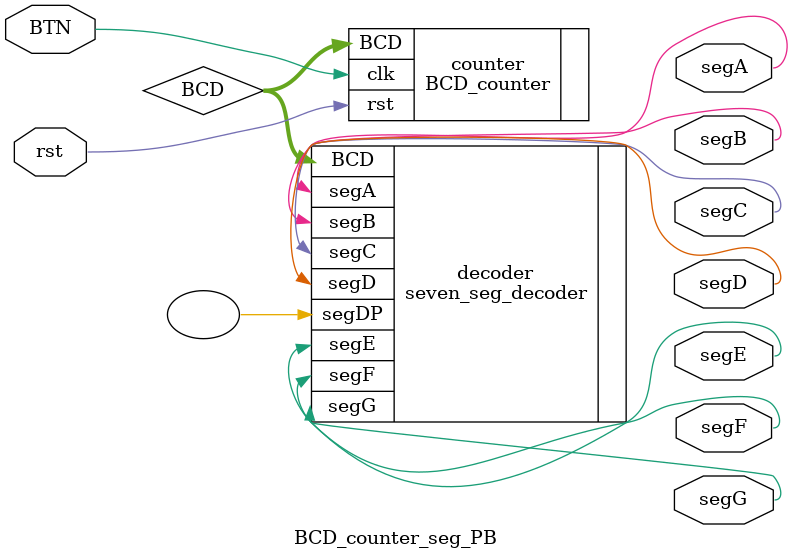
<source format=v>



 


`timescale 1ns / 100ps 
 
// Dependences: 
// 
// $RTL_DIR/BCD_counter.v
// $RTL_DIR/seven_seg_decoder.v


module BCD_counter_seg_PB(
 
   input   BTN, 
   input   rst, 
   output  segA, 
   output  segB, 
   output  segC, 
   output  segD, 
   output  segE, 
   output  segF, 
   output  segG ) ; 



   // BCD counter 
 
   wire [3:0] BCD ;   // internal 4-bit bus, required to interconnect the BCD counter with the 7-segment display decoder
 
   BCD_counter  counter(
 
      .clk  (  BTN ),   // input clock mapped to a push-button
      .rst  (  rst ), 
      .BCD  (  BCD )
 
   ) ;       



   // 7-segment display decoder

   seven_seg_decoder  decoder(

      .BCD   (   BCD ),
      .segA  (  segA ),
      .segB  (  segB ),
      .segC  (  segC ),
      .segD  (  segD ),
      .segE  (  segE ),
      .segF  (  segF ),
      .segG  (  segG ),
      .segDP (       )     // leave unconnected

   ) ;
 
    
endmodule 

</source>
